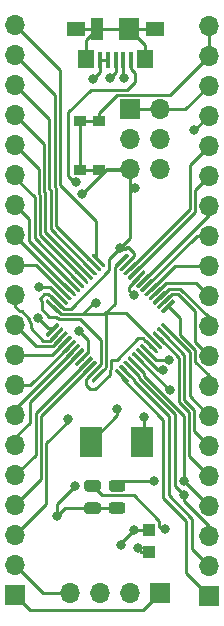
<source format=gbr>
%TF.GenerationSoftware,KiCad,Pcbnew,(5.1.6)-1*%
%TF.CreationDate,2020-09-14T14:29:29+02:00*%
%TF.ProjectId,STM32_blue_pill,53544d33-325f-4626-9c75-655f70696c6c,rev?*%
%TF.SameCoordinates,Original*%
%TF.FileFunction,Copper,L1,Top*%
%TF.FilePolarity,Positive*%
%FSLAX46Y46*%
G04 Gerber Fmt 4.6, Leading zero omitted, Abs format (unit mm)*
G04 Created by KiCad (PCBNEW (5.1.6)-1) date 2020-09-14 14:29:29*
%MOMM*%
%LPD*%
G01*
G04 APERTURE LIST*
%TA.AperFunction,SMDPad,CuDef*%
%ADD10R,1.000000X1.900000*%
%TD*%
%TA.AperFunction,SMDPad,CuDef*%
%ADD11R,1.800000X1.900000*%
%TD*%
%TA.AperFunction,SMDPad,CuDef*%
%ADD12R,1.650000X1.300000*%
%TD*%
%TA.AperFunction,SMDPad,CuDef*%
%ADD13R,1.425000X1.550000*%
%TD*%
%TA.AperFunction,SMDPad,CuDef*%
%ADD14R,0.450000X1.380000*%
%TD*%
%TA.AperFunction,SMDPad,CuDef*%
%ADD15R,1.000000X0.900000*%
%TD*%
%TA.AperFunction,SMDPad,CuDef*%
%ADD16R,1.100000X1.050000*%
%TD*%
%TA.AperFunction,SMDPad,CuDef*%
%ADD17R,1.900000X2.500000*%
%TD*%
%TA.AperFunction,ComponentPad*%
%ADD18O,1.700000X1.700000*%
%TD*%
%TA.AperFunction,ComponentPad*%
%ADD19R,1.700000X1.700000*%
%TD*%
%TA.AperFunction,ViaPad*%
%ADD20C,0.800000*%
%TD*%
%TA.AperFunction,Conductor*%
%ADD21C,0.250000*%
%TD*%
G04 APERTURE END LIST*
D10*
%TO.P,J3,6*%
%TO.N,Net-(J3-Pad6)*%
X128880000Y-62410000D03*
D11*
X131580000Y-62410000D03*
D12*
X127055000Y-62410000D03*
X133805000Y-62410000D03*
D13*
X127942500Y-64985000D03*
X132917500Y-64985000D03*
D14*
%TO.P,J3,5*%
%TO.N,GND*%
X129130000Y-65070000D03*
%TO.P,J3,4*%
X129780000Y-65070000D03*
%TO.P,J3,3*%
%TO.N,Net-(J3-Pad3)*%
X130430000Y-65070000D03*
%TO.P,J3,2*%
%TO.N,Net-(J3-Pad2)*%
X131080000Y-65070000D03*
%TO.P,J3,1*%
%TO.N,/5V*%
X131730000Y-65070000D03*
%TD*%
D15*
%TO.P,SW1,2*%
%TO.N,GND*%
X129000000Y-70240000D03*
%TO.P,SW1,1*%
X127400000Y-70240000D03*
%TO.P,SW1,2*%
X129000000Y-74340000D03*
%TO.P,SW1,1*%
X127400000Y-74340000D03*
%TD*%
D16*
%TO.P,Y2,2*%
%TO.N,/PC15*%
X133260000Y-104810000D03*
%TO.P,Y2,1*%
%TO.N,/PC14*%
X133260000Y-106660000D03*
%TD*%
D17*
%TO.P,Y1,2*%
%TO.N,/OSCOUT*%
X128310000Y-97370000D03*
%TO.P,Y1,1*%
%TO.N,/OSCIN*%
X132710000Y-97370000D03*
%TD*%
%TO.P,U1,48*%
%TO.N,/3V3*%
%TA.AperFunction,SMDPad,CuDef*%
G36*
G01*
X129546948Y-91407608D02*
X128610032Y-92344524D01*
G75*
G02*
X128503966Y-92344524I-53033J53033D01*
G01*
X128397900Y-92238458D01*
G75*
G02*
X128397900Y-92132392I53033J53033D01*
G01*
X129334816Y-91195476D01*
G75*
G02*
X129440882Y-91195476I53033J-53033D01*
G01*
X129546948Y-91301542D01*
G75*
G02*
X129546948Y-91407608I-53033J-53033D01*
G01*
G37*
%TD.AperFunction*%
%TO.P,U1,47*%
%TO.N,GND*%
%TA.AperFunction,SMDPad,CuDef*%
G36*
G01*
X129193394Y-91054054D02*
X128256478Y-91990970D01*
G75*
G02*
X128150412Y-91990970I-53033J53033D01*
G01*
X128044346Y-91884904D01*
G75*
G02*
X128044346Y-91778838I53033J53033D01*
G01*
X128981262Y-90841922D01*
G75*
G02*
X129087328Y-90841922I53033J-53033D01*
G01*
X129193394Y-90947988D01*
G75*
G02*
X129193394Y-91054054I-53033J-53033D01*
G01*
G37*
%TD.AperFunction*%
%TO.P,U1,46*%
%TO.N,/PB9*%
%TA.AperFunction,SMDPad,CuDef*%
G36*
G01*
X128839841Y-90700501D02*
X127902925Y-91637417D01*
G75*
G02*
X127796859Y-91637417I-53033J53033D01*
G01*
X127690793Y-91531351D01*
G75*
G02*
X127690793Y-91425285I53033J53033D01*
G01*
X128627709Y-90488369D01*
G75*
G02*
X128733775Y-90488369I53033J-53033D01*
G01*
X128839841Y-90594435D01*
G75*
G02*
X128839841Y-90700501I-53033J-53033D01*
G01*
G37*
%TD.AperFunction*%
%TO.P,U1,45*%
%TO.N,/PB8*%
%TA.AperFunction,SMDPad,CuDef*%
G36*
G01*
X128486287Y-90346947D02*
X127549371Y-91283863D01*
G75*
G02*
X127443305Y-91283863I-53033J53033D01*
G01*
X127337239Y-91177797D01*
G75*
G02*
X127337239Y-91071731I53033J53033D01*
G01*
X128274155Y-90134815D01*
G75*
G02*
X128380221Y-90134815I53033J-53033D01*
G01*
X128486287Y-90240881D01*
G75*
G02*
X128486287Y-90346947I-53033J-53033D01*
G01*
G37*
%TD.AperFunction*%
%TO.P,U1,44*%
%TO.N,/BOOT0*%
%TA.AperFunction,SMDPad,CuDef*%
G36*
G01*
X128132734Y-89993394D02*
X127195818Y-90930310D01*
G75*
G02*
X127089752Y-90930310I-53033J53033D01*
G01*
X126983686Y-90824244D01*
G75*
G02*
X126983686Y-90718178I53033J53033D01*
G01*
X127920602Y-89781262D01*
G75*
G02*
X128026668Y-89781262I53033J-53033D01*
G01*
X128132734Y-89887328D01*
G75*
G02*
X128132734Y-89993394I-53033J-53033D01*
G01*
G37*
%TD.AperFunction*%
%TO.P,U1,43*%
%TO.N,/PB7*%
%TA.AperFunction,SMDPad,CuDef*%
G36*
G01*
X127779181Y-89639841D02*
X126842265Y-90576757D01*
G75*
G02*
X126736199Y-90576757I-53033J53033D01*
G01*
X126630133Y-90470691D01*
G75*
G02*
X126630133Y-90364625I53033J53033D01*
G01*
X127567049Y-89427709D01*
G75*
G02*
X127673115Y-89427709I53033J-53033D01*
G01*
X127779181Y-89533775D01*
G75*
G02*
X127779181Y-89639841I-53033J-53033D01*
G01*
G37*
%TD.AperFunction*%
%TO.P,U1,42*%
%TO.N,/PB6*%
%TA.AperFunction,SMDPad,CuDef*%
G36*
G01*
X127425627Y-89286287D02*
X126488711Y-90223203D01*
G75*
G02*
X126382645Y-90223203I-53033J53033D01*
G01*
X126276579Y-90117137D01*
G75*
G02*
X126276579Y-90011071I53033J53033D01*
G01*
X127213495Y-89074155D01*
G75*
G02*
X127319561Y-89074155I53033J-53033D01*
G01*
X127425627Y-89180221D01*
G75*
G02*
X127425627Y-89286287I-53033J-53033D01*
G01*
G37*
%TD.AperFunction*%
%TO.P,U1,41*%
%TO.N,/PB5*%
%TA.AperFunction,SMDPad,CuDef*%
G36*
G01*
X127072074Y-88932734D02*
X126135158Y-89869650D01*
G75*
G02*
X126029092Y-89869650I-53033J53033D01*
G01*
X125923026Y-89763584D01*
G75*
G02*
X125923026Y-89657518I53033J53033D01*
G01*
X126859942Y-88720602D01*
G75*
G02*
X126966008Y-88720602I53033J-53033D01*
G01*
X127072074Y-88826668D01*
G75*
G02*
X127072074Y-88932734I-53033J-53033D01*
G01*
G37*
%TD.AperFunction*%
%TO.P,U1,40*%
%TO.N,/PB4*%
%TA.AperFunction,SMDPad,CuDef*%
G36*
G01*
X126718521Y-88579181D02*
X125781605Y-89516097D01*
G75*
G02*
X125675539Y-89516097I-53033J53033D01*
G01*
X125569473Y-89410031D01*
G75*
G02*
X125569473Y-89303965I53033J53033D01*
G01*
X126506389Y-88367049D01*
G75*
G02*
X126612455Y-88367049I53033J-53033D01*
G01*
X126718521Y-88473115D01*
G75*
G02*
X126718521Y-88579181I-53033J-53033D01*
G01*
G37*
%TD.AperFunction*%
%TO.P,U1,39*%
%TO.N,/PB3*%
%TA.AperFunction,SMDPad,CuDef*%
G36*
G01*
X126364967Y-88225627D02*
X125428051Y-89162543D01*
G75*
G02*
X125321985Y-89162543I-53033J53033D01*
G01*
X125215919Y-89056477D01*
G75*
G02*
X125215919Y-88950411I53033J53033D01*
G01*
X126152835Y-88013495D01*
G75*
G02*
X126258901Y-88013495I53033J-53033D01*
G01*
X126364967Y-88119561D01*
G75*
G02*
X126364967Y-88225627I-53033J-53033D01*
G01*
G37*
%TD.AperFunction*%
%TO.P,U1,38*%
%TO.N,/PA15*%
%TA.AperFunction,SMDPad,CuDef*%
G36*
G01*
X126011414Y-87872074D02*
X125074498Y-88808990D01*
G75*
G02*
X124968432Y-88808990I-53033J53033D01*
G01*
X124862366Y-88702924D01*
G75*
G02*
X124862366Y-88596858I53033J53033D01*
G01*
X125799282Y-87659942D01*
G75*
G02*
X125905348Y-87659942I53033J-53033D01*
G01*
X126011414Y-87766008D01*
G75*
G02*
X126011414Y-87872074I-53033J-53033D01*
G01*
G37*
%TD.AperFunction*%
%TO.P,U1,37*%
%TO.N,/SWCLK*%
%TA.AperFunction,SMDPad,CuDef*%
G36*
G01*
X125657860Y-87518520D02*
X124720944Y-88455436D01*
G75*
G02*
X124614878Y-88455436I-53033J53033D01*
G01*
X124508812Y-88349370D01*
G75*
G02*
X124508812Y-88243304I53033J53033D01*
G01*
X125445728Y-87306388D01*
G75*
G02*
X125551794Y-87306388I53033J-53033D01*
G01*
X125657860Y-87412454D01*
G75*
G02*
X125657860Y-87518520I-53033J-53033D01*
G01*
G37*
%TD.AperFunction*%
%TO.P,U1,36*%
%TO.N,/3V3*%
%TA.AperFunction,SMDPad,CuDef*%
G36*
G01*
X125657860Y-86351794D02*
X125551794Y-86457860D01*
G75*
G02*
X125445728Y-86457860I-53033J53033D01*
G01*
X124508812Y-85520944D01*
G75*
G02*
X124508812Y-85414878I53033J53033D01*
G01*
X124614878Y-85308812D01*
G75*
G02*
X124720944Y-85308812I53033J-53033D01*
G01*
X125657860Y-86245728D01*
G75*
G02*
X125657860Y-86351794I-53033J-53033D01*
G01*
G37*
%TD.AperFunction*%
%TO.P,U1,35*%
%TO.N,GND*%
%TA.AperFunction,SMDPad,CuDef*%
G36*
G01*
X126011414Y-85998240D02*
X125905348Y-86104306D01*
G75*
G02*
X125799282Y-86104306I-53033J53033D01*
G01*
X124862366Y-85167390D01*
G75*
G02*
X124862366Y-85061324I53033J53033D01*
G01*
X124968432Y-84955258D01*
G75*
G02*
X125074498Y-84955258I53033J-53033D01*
G01*
X126011414Y-85892174D01*
G75*
G02*
X126011414Y-85998240I-53033J-53033D01*
G01*
G37*
%TD.AperFunction*%
%TO.P,U1,34*%
%TO.N,/SWIO*%
%TA.AperFunction,SMDPad,CuDef*%
G36*
G01*
X126364967Y-85644687D02*
X126258901Y-85750753D01*
G75*
G02*
X126152835Y-85750753I-53033J53033D01*
G01*
X125215919Y-84813837D01*
G75*
G02*
X125215919Y-84707771I53033J53033D01*
G01*
X125321985Y-84601705D01*
G75*
G02*
X125428051Y-84601705I53033J-53033D01*
G01*
X126364967Y-85538621D01*
G75*
G02*
X126364967Y-85644687I-53033J-53033D01*
G01*
G37*
%TD.AperFunction*%
%TO.P,U1,33*%
%TO.N,/PA12*%
%TA.AperFunction,SMDPad,CuDef*%
G36*
G01*
X126718521Y-85291133D02*
X126612455Y-85397199D01*
G75*
G02*
X126506389Y-85397199I-53033J53033D01*
G01*
X125569473Y-84460283D01*
G75*
G02*
X125569473Y-84354217I53033J53033D01*
G01*
X125675539Y-84248151D01*
G75*
G02*
X125781605Y-84248151I53033J-53033D01*
G01*
X126718521Y-85185067D01*
G75*
G02*
X126718521Y-85291133I-53033J-53033D01*
G01*
G37*
%TD.AperFunction*%
%TO.P,U1,32*%
%TO.N,/PA11*%
%TA.AperFunction,SMDPad,CuDef*%
G36*
G01*
X127072074Y-84937580D02*
X126966008Y-85043646D01*
G75*
G02*
X126859942Y-85043646I-53033J53033D01*
G01*
X125923026Y-84106730D01*
G75*
G02*
X125923026Y-84000664I53033J53033D01*
G01*
X126029092Y-83894598D01*
G75*
G02*
X126135158Y-83894598I53033J-53033D01*
G01*
X127072074Y-84831514D01*
G75*
G02*
X127072074Y-84937580I-53033J-53033D01*
G01*
G37*
%TD.AperFunction*%
%TO.P,U1,31*%
%TO.N,/PA10*%
%TA.AperFunction,SMDPad,CuDef*%
G36*
G01*
X127425627Y-84584027D02*
X127319561Y-84690093D01*
G75*
G02*
X127213495Y-84690093I-53033J53033D01*
G01*
X126276579Y-83753177D01*
G75*
G02*
X126276579Y-83647111I53033J53033D01*
G01*
X126382645Y-83541045D01*
G75*
G02*
X126488711Y-83541045I53033J-53033D01*
G01*
X127425627Y-84477961D01*
G75*
G02*
X127425627Y-84584027I-53033J-53033D01*
G01*
G37*
%TD.AperFunction*%
%TO.P,U1,30*%
%TO.N,/PA9*%
%TA.AperFunction,SMDPad,CuDef*%
G36*
G01*
X127779181Y-84230473D02*
X127673115Y-84336539D01*
G75*
G02*
X127567049Y-84336539I-53033J53033D01*
G01*
X126630133Y-83399623D01*
G75*
G02*
X126630133Y-83293557I53033J53033D01*
G01*
X126736199Y-83187491D01*
G75*
G02*
X126842265Y-83187491I53033J-53033D01*
G01*
X127779181Y-84124407D01*
G75*
G02*
X127779181Y-84230473I-53033J-53033D01*
G01*
G37*
%TD.AperFunction*%
%TO.P,U1,29*%
%TO.N,/PA8*%
%TA.AperFunction,SMDPad,CuDef*%
G36*
G01*
X128132734Y-83876920D02*
X128026668Y-83982986D01*
G75*
G02*
X127920602Y-83982986I-53033J53033D01*
G01*
X126983686Y-83046070D01*
G75*
G02*
X126983686Y-82940004I53033J53033D01*
G01*
X127089752Y-82833938D01*
G75*
G02*
X127195818Y-82833938I53033J-53033D01*
G01*
X128132734Y-83770854D01*
G75*
G02*
X128132734Y-83876920I-53033J-53033D01*
G01*
G37*
%TD.AperFunction*%
%TO.P,U1,28*%
%TO.N,/PB15*%
%TA.AperFunction,SMDPad,CuDef*%
G36*
G01*
X128486287Y-83523367D02*
X128380221Y-83629433D01*
G75*
G02*
X128274155Y-83629433I-53033J53033D01*
G01*
X127337239Y-82692517D01*
G75*
G02*
X127337239Y-82586451I53033J53033D01*
G01*
X127443305Y-82480385D01*
G75*
G02*
X127549371Y-82480385I53033J-53033D01*
G01*
X128486287Y-83417301D01*
G75*
G02*
X128486287Y-83523367I-53033J-53033D01*
G01*
G37*
%TD.AperFunction*%
%TO.P,U1,27*%
%TO.N,/PB14*%
%TA.AperFunction,SMDPad,CuDef*%
G36*
G01*
X128839841Y-83169813D02*
X128733775Y-83275879D01*
G75*
G02*
X128627709Y-83275879I-53033J53033D01*
G01*
X127690793Y-82338963D01*
G75*
G02*
X127690793Y-82232897I53033J53033D01*
G01*
X127796859Y-82126831D01*
G75*
G02*
X127902925Y-82126831I53033J-53033D01*
G01*
X128839841Y-83063747D01*
G75*
G02*
X128839841Y-83169813I-53033J-53033D01*
G01*
G37*
%TD.AperFunction*%
%TO.P,U1,26*%
%TO.N,/PB13*%
%TA.AperFunction,SMDPad,CuDef*%
G36*
G01*
X129193394Y-82816260D02*
X129087328Y-82922326D01*
G75*
G02*
X128981262Y-82922326I-53033J53033D01*
G01*
X128044346Y-81985410D01*
G75*
G02*
X128044346Y-81879344I53033J53033D01*
G01*
X128150412Y-81773278D01*
G75*
G02*
X128256478Y-81773278I53033J-53033D01*
G01*
X129193394Y-82710194D01*
G75*
G02*
X129193394Y-82816260I-53033J-53033D01*
G01*
G37*
%TD.AperFunction*%
%TO.P,U1,25*%
%TO.N,/PB12*%
%TA.AperFunction,SMDPad,CuDef*%
G36*
G01*
X129546948Y-82462706D02*
X129440882Y-82568772D01*
G75*
G02*
X129334816Y-82568772I-53033J53033D01*
G01*
X128397900Y-81631856D01*
G75*
G02*
X128397900Y-81525790I53033J53033D01*
G01*
X128503966Y-81419724D01*
G75*
G02*
X128610032Y-81419724I53033J-53033D01*
G01*
X129546948Y-82356640D01*
G75*
G02*
X129546948Y-82462706I-53033J-53033D01*
G01*
G37*
%TD.AperFunction*%
%TO.P,U1,24*%
%TO.N,/3V3*%
%TA.AperFunction,SMDPad,CuDef*%
G36*
G01*
X131544524Y-81631856D02*
X130607608Y-82568772D01*
G75*
G02*
X130501542Y-82568772I-53033J53033D01*
G01*
X130395476Y-82462706D01*
G75*
G02*
X130395476Y-82356640I53033J53033D01*
G01*
X131332392Y-81419724D01*
G75*
G02*
X131438458Y-81419724I53033J-53033D01*
G01*
X131544524Y-81525790D01*
G75*
G02*
X131544524Y-81631856I-53033J-53033D01*
G01*
G37*
%TD.AperFunction*%
%TO.P,U1,23*%
%TO.N,GND*%
%TA.AperFunction,SMDPad,CuDef*%
G36*
G01*
X131898078Y-81985410D02*
X130961162Y-82922326D01*
G75*
G02*
X130855096Y-82922326I-53033J53033D01*
G01*
X130749030Y-82816260D01*
G75*
G02*
X130749030Y-82710194I53033J53033D01*
G01*
X131685946Y-81773278D01*
G75*
G02*
X131792012Y-81773278I53033J-53033D01*
G01*
X131898078Y-81879344D01*
G75*
G02*
X131898078Y-81985410I-53033J-53033D01*
G01*
G37*
%TD.AperFunction*%
%TO.P,U1,22*%
%TO.N,/PB11*%
%TA.AperFunction,SMDPad,CuDef*%
G36*
G01*
X132251631Y-82338963D02*
X131314715Y-83275879D01*
G75*
G02*
X131208649Y-83275879I-53033J53033D01*
G01*
X131102583Y-83169813D01*
G75*
G02*
X131102583Y-83063747I53033J53033D01*
G01*
X132039499Y-82126831D01*
G75*
G02*
X132145565Y-82126831I53033J-53033D01*
G01*
X132251631Y-82232897D01*
G75*
G02*
X132251631Y-82338963I-53033J-53033D01*
G01*
G37*
%TD.AperFunction*%
%TO.P,U1,21*%
%TO.N,/PB10*%
%TA.AperFunction,SMDPad,CuDef*%
G36*
G01*
X132605185Y-82692517D02*
X131668269Y-83629433D01*
G75*
G02*
X131562203Y-83629433I-53033J53033D01*
G01*
X131456137Y-83523367D01*
G75*
G02*
X131456137Y-83417301I53033J53033D01*
G01*
X132393053Y-82480385D01*
G75*
G02*
X132499119Y-82480385I53033J-53033D01*
G01*
X132605185Y-82586451D01*
G75*
G02*
X132605185Y-82692517I-53033J-53033D01*
G01*
G37*
%TD.AperFunction*%
%TO.P,U1,20*%
%TO.N,/BOOT1*%
%TA.AperFunction,SMDPad,CuDef*%
G36*
G01*
X132958738Y-83046070D02*
X132021822Y-83982986D01*
G75*
G02*
X131915756Y-83982986I-53033J53033D01*
G01*
X131809690Y-83876920D01*
G75*
G02*
X131809690Y-83770854I53033J53033D01*
G01*
X132746606Y-82833938D01*
G75*
G02*
X132852672Y-82833938I53033J-53033D01*
G01*
X132958738Y-82940004D01*
G75*
G02*
X132958738Y-83046070I-53033J-53033D01*
G01*
G37*
%TD.AperFunction*%
%TO.P,U1,19*%
%TO.N,/PB1*%
%TA.AperFunction,SMDPad,CuDef*%
G36*
G01*
X133312291Y-83399623D02*
X132375375Y-84336539D01*
G75*
G02*
X132269309Y-84336539I-53033J53033D01*
G01*
X132163243Y-84230473D01*
G75*
G02*
X132163243Y-84124407I53033J53033D01*
G01*
X133100159Y-83187491D01*
G75*
G02*
X133206225Y-83187491I53033J-53033D01*
G01*
X133312291Y-83293557D01*
G75*
G02*
X133312291Y-83399623I-53033J-53033D01*
G01*
G37*
%TD.AperFunction*%
%TO.P,U1,18*%
%TO.N,/PB0*%
%TA.AperFunction,SMDPad,CuDef*%
G36*
G01*
X133665845Y-83753177D02*
X132728929Y-84690093D01*
G75*
G02*
X132622863Y-84690093I-53033J53033D01*
G01*
X132516797Y-84584027D01*
G75*
G02*
X132516797Y-84477961I53033J53033D01*
G01*
X133453713Y-83541045D01*
G75*
G02*
X133559779Y-83541045I53033J-53033D01*
G01*
X133665845Y-83647111D01*
G75*
G02*
X133665845Y-83753177I-53033J-53033D01*
G01*
G37*
%TD.AperFunction*%
%TO.P,U1,17*%
%TO.N,/PA7*%
%TA.AperFunction,SMDPad,CuDef*%
G36*
G01*
X134019398Y-84106730D02*
X133082482Y-85043646D01*
G75*
G02*
X132976416Y-85043646I-53033J53033D01*
G01*
X132870350Y-84937580D01*
G75*
G02*
X132870350Y-84831514I53033J53033D01*
G01*
X133807266Y-83894598D01*
G75*
G02*
X133913332Y-83894598I53033J-53033D01*
G01*
X134019398Y-84000664D01*
G75*
G02*
X134019398Y-84106730I-53033J-53033D01*
G01*
G37*
%TD.AperFunction*%
%TO.P,U1,16*%
%TO.N,/PA6*%
%TA.AperFunction,SMDPad,CuDef*%
G36*
G01*
X134372951Y-84460283D02*
X133436035Y-85397199D01*
G75*
G02*
X133329969Y-85397199I-53033J53033D01*
G01*
X133223903Y-85291133D01*
G75*
G02*
X133223903Y-85185067I53033J53033D01*
G01*
X134160819Y-84248151D01*
G75*
G02*
X134266885Y-84248151I53033J-53033D01*
G01*
X134372951Y-84354217D01*
G75*
G02*
X134372951Y-84460283I-53033J-53033D01*
G01*
G37*
%TD.AperFunction*%
%TO.P,U1,15*%
%TO.N,/PA5*%
%TA.AperFunction,SMDPad,CuDef*%
G36*
G01*
X134726505Y-84813837D02*
X133789589Y-85750753D01*
G75*
G02*
X133683523Y-85750753I-53033J53033D01*
G01*
X133577457Y-85644687D01*
G75*
G02*
X133577457Y-85538621I53033J53033D01*
G01*
X134514373Y-84601705D01*
G75*
G02*
X134620439Y-84601705I53033J-53033D01*
G01*
X134726505Y-84707771D01*
G75*
G02*
X134726505Y-84813837I-53033J-53033D01*
G01*
G37*
%TD.AperFunction*%
%TO.P,U1,14*%
%TO.N,/PA4*%
%TA.AperFunction,SMDPad,CuDef*%
G36*
G01*
X135080058Y-85167390D02*
X134143142Y-86104306D01*
G75*
G02*
X134037076Y-86104306I-53033J53033D01*
G01*
X133931010Y-85998240D01*
G75*
G02*
X133931010Y-85892174I53033J53033D01*
G01*
X134867926Y-84955258D01*
G75*
G02*
X134973992Y-84955258I53033J-53033D01*
G01*
X135080058Y-85061324D01*
G75*
G02*
X135080058Y-85167390I-53033J-53033D01*
G01*
G37*
%TD.AperFunction*%
%TO.P,U1,13*%
%TO.N,/PA3*%
%TA.AperFunction,SMDPad,CuDef*%
G36*
G01*
X135433612Y-85520944D02*
X134496696Y-86457860D01*
G75*
G02*
X134390630Y-86457860I-53033J53033D01*
G01*
X134284564Y-86351794D01*
G75*
G02*
X134284564Y-86245728I53033J53033D01*
G01*
X135221480Y-85308812D01*
G75*
G02*
X135327546Y-85308812I53033J-53033D01*
G01*
X135433612Y-85414878D01*
G75*
G02*
X135433612Y-85520944I-53033J-53033D01*
G01*
G37*
%TD.AperFunction*%
%TO.P,U1,12*%
%TO.N,/PA2*%
%TA.AperFunction,SMDPad,CuDef*%
G36*
G01*
X135433612Y-88349370D02*
X135327546Y-88455436D01*
G75*
G02*
X135221480Y-88455436I-53033J53033D01*
G01*
X134284564Y-87518520D01*
G75*
G02*
X134284564Y-87412454I53033J53033D01*
G01*
X134390630Y-87306388D01*
G75*
G02*
X134496696Y-87306388I53033J-53033D01*
G01*
X135433612Y-88243304D01*
G75*
G02*
X135433612Y-88349370I-53033J-53033D01*
G01*
G37*
%TD.AperFunction*%
%TO.P,U1,11*%
%TO.N,/PA1*%
%TA.AperFunction,SMDPad,CuDef*%
G36*
G01*
X135080058Y-88702924D02*
X134973992Y-88808990D01*
G75*
G02*
X134867926Y-88808990I-53033J53033D01*
G01*
X133931010Y-87872074D01*
G75*
G02*
X133931010Y-87766008I53033J53033D01*
G01*
X134037076Y-87659942D01*
G75*
G02*
X134143142Y-87659942I53033J-53033D01*
G01*
X135080058Y-88596858D01*
G75*
G02*
X135080058Y-88702924I-53033J-53033D01*
G01*
G37*
%TD.AperFunction*%
%TO.P,U1,10*%
%TO.N,/PA0*%
%TA.AperFunction,SMDPad,CuDef*%
G36*
G01*
X134726505Y-89056477D02*
X134620439Y-89162543D01*
G75*
G02*
X134514373Y-89162543I-53033J53033D01*
G01*
X133577457Y-88225627D01*
G75*
G02*
X133577457Y-88119561I53033J53033D01*
G01*
X133683523Y-88013495D01*
G75*
G02*
X133789589Y-88013495I53033J-53033D01*
G01*
X134726505Y-88950411D01*
G75*
G02*
X134726505Y-89056477I-53033J-53033D01*
G01*
G37*
%TD.AperFunction*%
%TO.P,U1,9*%
%TO.N,/3V3*%
%TA.AperFunction,SMDPad,CuDef*%
G36*
G01*
X134372951Y-89410031D02*
X134266885Y-89516097D01*
G75*
G02*
X134160819Y-89516097I-53033J53033D01*
G01*
X133223903Y-88579181D01*
G75*
G02*
X133223903Y-88473115I53033J53033D01*
G01*
X133329969Y-88367049D01*
G75*
G02*
X133436035Y-88367049I53033J-53033D01*
G01*
X134372951Y-89303965D01*
G75*
G02*
X134372951Y-89410031I-53033J-53033D01*
G01*
G37*
%TD.AperFunction*%
%TO.P,U1,8*%
%TO.N,GND*%
%TA.AperFunction,SMDPad,CuDef*%
G36*
G01*
X134019398Y-89763584D02*
X133913332Y-89869650D01*
G75*
G02*
X133807266Y-89869650I-53033J53033D01*
G01*
X132870350Y-88932734D01*
G75*
G02*
X132870350Y-88826668I53033J53033D01*
G01*
X132976416Y-88720602D01*
G75*
G02*
X133082482Y-88720602I53033J-53033D01*
G01*
X134019398Y-89657518D01*
G75*
G02*
X134019398Y-89763584I-53033J-53033D01*
G01*
G37*
%TD.AperFunction*%
%TO.P,U1,7*%
%TO.N,/RESET*%
%TA.AperFunction,SMDPad,CuDef*%
G36*
G01*
X133665845Y-90117137D02*
X133559779Y-90223203D01*
G75*
G02*
X133453713Y-90223203I-53033J53033D01*
G01*
X132516797Y-89286287D01*
G75*
G02*
X132516797Y-89180221I53033J53033D01*
G01*
X132622863Y-89074155D01*
G75*
G02*
X132728929Y-89074155I53033J-53033D01*
G01*
X133665845Y-90011071D01*
G75*
G02*
X133665845Y-90117137I-53033J-53033D01*
G01*
G37*
%TD.AperFunction*%
%TO.P,U1,6*%
%TO.N,/OSCOUT*%
%TA.AperFunction,SMDPad,CuDef*%
G36*
G01*
X133312291Y-90470691D02*
X133206225Y-90576757D01*
G75*
G02*
X133100159Y-90576757I-53033J53033D01*
G01*
X132163243Y-89639841D01*
G75*
G02*
X132163243Y-89533775I53033J53033D01*
G01*
X132269309Y-89427709D01*
G75*
G02*
X132375375Y-89427709I53033J-53033D01*
G01*
X133312291Y-90364625D01*
G75*
G02*
X133312291Y-90470691I-53033J-53033D01*
G01*
G37*
%TD.AperFunction*%
%TO.P,U1,5*%
%TO.N,/OSCIN*%
%TA.AperFunction,SMDPad,CuDef*%
G36*
G01*
X132958738Y-90824244D02*
X132852672Y-90930310D01*
G75*
G02*
X132746606Y-90930310I-53033J53033D01*
G01*
X131809690Y-89993394D01*
G75*
G02*
X131809690Y-89887328I53033J53033D01*
G01*
X131915756Y-89781262D01*
G75*
G02*
X132021822Y-89781262I53033J-53033D01*
G01*
X132958738Y-90718178D01*
G75*
G02*
X132958738Y-90824244I-53033J-53033D01*
G01*
G37*
%TD.AperFunction*%
%TO.P,U1,4*%
%TO.N,/PC15*%
%TA.AperFunction,SMDPad,CuDef*%
G36*
G01*
X132605185Y-91177797D02*
X132499119Y-91283863D01*
G75*
G02*
X132393053Y-91283863I-53033J53033D01*
G01*
X131456137Y-90346947D01*
G75*
G02*
X131456137Y-90240881I53033J53033D01*
G01*
X131562203Y-90134815D01*
G75*
G02*
X131668269Y-90134815I53033J-53033D01*
G01*
X132605185Y-91071731D01*
G75*
G02*
X132605185Y-91177797I-53033J-53033D01*
G01*
G37*
%TD.AperFunction*%
%TO.P,U1,3*%
%TO.N,/PC14*%
%TA.AperFunction,SMDPad,CuDef*%
G36*
G01*
X132251631Y-91531351D02*
X132145565Y-91637417D01*
G75*
G02*
X132039499Y-91637417I-53033J53033D01*
G01*
X131102583Y-90700501D01*
G75*
G02*
X131102583Y-90594435I53033J53033D01*
G01*
X131208649Y-90488369D01*
G75*
G02*
X131314715Y-90488369I53033J-53033D01*
G01*
X132251631Y-91425285D01*
G75*
G02*
X132251631Y-91531351I-53033J-53033D01*
G01*
G37*
%TD.AperFunction*%
%TO.P,U1,2*%
%TO.N,/PC13*%
%TA.AperFunction,SMDPad,CuDef*%
G36*
G01*
X131898078Y-91884904D02*
X131792012Y-91990970D01*
G75*
G02*
X131685946Y-91990970I-53033J53033D01*
G01*
X130749030Y-91054054D01*
G75*
G02*
X130749030Y-90947988I53033J53033D01*
G01*
X130855096Y-90841922D01*
G75*
G02*
X130961162Y-90841922I53033J-53033D01*
G01*
X131898078Y-91778838D01*
G75*
G02*
X131898078Y-91884904I-53033J-53033D01*
G01*
G37*
%TD.AperFunction*%
%TO.P,U1,1*%
%TO.N,/VBAT*%
%TA.AperFunction,SMDPad,CuDef*%
G36*
G01*
X131544524Y-92238458D02*
X131438458Y-92344524D01*
G75*
G02*
X131332392Y-92344524I-53033J53033D01*
G01*
X130395476Y-91407608D01*
G75*
G02*
X130395476Y-91301542I53033J53033D01*
G01*
X130501542Y-91195476D01*
G75*
G02*
X130607608Y-91195476I53033J-53033D01*
G01*
X131544524Y-92132392D01*
G75*
G02*
X131544524Y-92238458I-53033J-53033D01*
G01*
G37*
%TD.AperFunction*%
%TD*%
D18*
%TO.P,J5,4*%
%TO.N,GND*%
X126550000Y-110170000D03*
%TO.P,J5,3*%
%TO.N,/SWCLK*%
X129090000Y-110170000D03*
%TO.P,J5,2*%
%TO.N,/SWIO*%
X131630000Y-110170000D03*
D19*
%TO.P,J5,1*%
%TO.N,/3V3*%
X134170000Y-110170000D03*
%TD*%
D18*
%TO.P,J4,6*%
%TO.N,GND*%
X134210000Y-74260000D03*
%TO.P,J4,5*%
X131670000Y-74260000D03*
%TO.P,J4,4*%
%TO.N,Net-(J4-Pad4)*%
X134210000Y-71720000D03*
%TO.P,J4,3*%
%TO.N,Net-(J4-Pad3)*%
X131670000Y-71720000D03*
%TO.P,J4,2*%
%TO.N,/3V3*%
X134210000Y-69180000D03*
D19*
%TO.P,J4,1*%
X131670000Y-69180000D03*
%TD*%
D18*
%TO.P,J2,20*%
%TO.N,/PB12*%
X121950000Y-62090000D03*
%TO.P,J2,19*%
%TO.N,/PB13*%
X121950000Y-64630000D03*
%TO.P,J2,18*%
%TO.N,/PB14*%
X121950000Y-67170000D03*
%TO.P,J2,17*%
%TO.N,/PB15*%
X121950000Y-69710000D03*
%TO.P,J2,16*%
%TO.N,/PA8*%
X121950000Y-72250000D03*
%TO.P,J2,15*%
%TO.N,/PA9*%
X121950000Y-74790000D03*
%TO.P,J2,14*%
%TO.N,/PA10*%
X121950000Y-77330000D03*
%TO.P,J2,13*%
%TO.N,/PA11*%
X121950000Y-79870000D03*
%TO.P,J2,12*%
%TO.N,/PA12*%
X121950000Y-82410000D03*
%TO.P,J2,11*%
%TO.N,/PA15*%
X121950000Y-84950000D03*
%TO.P,J2,10*%
%TO.N,/PB3*%
X121950000Y-87490000D03*
%TO.P,J2,9*%
%TO.N,/PB4*%
X121950000Y-90030000D03*
%TO.P,J2,8*%
%TO.N,/PB5*%
X121950000Y-92570000D03*
%TO.P,J2,7*%
%TO.N,/PB6*%
X121950000Y-95110000D03*
%TO.P,J2,6*%
%TO.N,/PB7*%
X121950000Y-97650000D03*
%TO.P,J2,5*%
%TO.N,/PB8*%
X121950000Y-100190000D03*
%TO.P,J2,4*%
%TO.N,/PB9*%
X121950000Y-102730000D03*
%TO.P,J2,3*%
%TO.N,/5V*%
X121950000Y-105270000D03*
%TO.P,J2,2*%
%TO.N,GND*%
X121950000Y-107810000D03*
D19*
%TO.P,J2,1*%
%TO.N,/3V3*%
X121950000Y-110350000D03*
%TD*%
D18*
%TO.P,J1,20*%
%TO.N,GND*%
X138320000Y-62130000D03*
%TO.P,J1,19*%
X138320000Y-64670000D03*
%TO.P,J1,18*%
%TO.N,/3V3*%
X138320000Y-67210000D03*
%TO.P,J1,17*%
%TO.N,/RESET*%
X138320000Y-69750000D03*
%TO.P,J1,16*%
%TO.N,/PB11*%
X138320000Y-72290000D03*
%TO.P,J1,15*%
%TO.N,/PB10*%
X138320000Y-74830000D03*
%TO.P,J1,14*%
%TO.N,/PB1*%
X138320000Y-77370000D03*
%TO.P,J1,13*%
%TO.N,/PB0*%
X138320000Y-79910000D03*
%TO.P,J1,12*%
%TO.N,/PA7*%
X138320000Y-82450000D03*
%TO.P,J1,11*%
%TO.N,/PA6*%
X138320000Y-84990000D03*
%TO.P,J1,10*%
%TO.N,/PA5*%
X138320000Y-87530000D03*
%TO.P,J1,9*%
%TO.N,/PA4*%
X138320000Y-90070000D03*
%TO.P,J1,8*%
%TO.N,/PA3*%
X138320000Y-92610000D03*
%TO.P,J1,7*%
%TO.N,/PA2*%
X138320000Y-95150000D03*
%TO.P,J1,6*%
%TO.N,/PA1*%
X138320000Y-97690000D03*
%TO.P,J1,5*%
%TO.N,/PA0*%
X138320000Y-100230000D03*
%TO.P,J1,4*%
%TO.N,/PC15*%
X138320000Y-102770000D03*
%TO.P,J1,3*%
%TO.N,/PC14*%
X138320000Y-105310000D03*
%TO.P,J1,2*%
%TO.N,/PC13*%
X138320000Y-107850000D03*
D19*
%TO.P,J1,1*%
%TO.N,/VBAT*%
X138320000Y-110390000D03*
%TD*%
%TO.P,D2,2*%
%TO.N,/3V3*%
%TA.AperFunction,SMDPad,CuDef*%
G36*
G01*
X128023750Y-102480000D02*
X128936250Y-102480000D01*
G75*
G02*
X129180000Y-102723750I0J-243750D01*
G01*
X129180000Y-103211250D01*
G75*
G02*
X128936250Y-103455000I-243750J0D01*
G01*
X128023750Y-103455000D01*
G75*
G02*
X127780000Y-103211250I0J243750D01*
G01*
X127780000Y-102723750D01*
G75*
G02*
X128023750Y-102480000I243750J0D01*
G01*
G37*
%TD.AperFunction*%
%TO.P,D2,1*%
%TO.N,Net-(D2-Pad1)*%
%TA.AperFunction,SMDPad,CuDef*%
G36*
G01*
X128023750Y-100605000D02*
X128936250Y-100605000D01*
G75*
G02*
X129180000Y-100848750I0J-243750D01*
G01*
X129180000Y-101336250D01*
G75*
G02*
X128936250Y-101580000I-243750J0D01*
G01*
X128023750Y-101580000D01*
G75*
G02*
X127780000Y-101336250I0J243750D01*
G01*
X127780000Y-100848750D01*
G75*
G02*
X128023750Y-100605000I243750J0D01*
G01*
G37*
%TD.AperFunction*%
%TD*%
%TO.P,D1,2*%
%TO.N,/3V3*%
%TA.AperFunction,SMDPad,CuDef*%
G36*
G01*
X130103750Y-102477500D02*
X131016250Y-102477500D01*
G75*
G02*
X131260000Y-102721250I0J-243750D01*
G01*
X131260000Y-103208750D01*
G75*
G02*
X131016250Y-103452500I-243750J0D01*
G01*
X130103750Y-103452500D01*
G75*
G02*
X129860000Y-103208750I0J243750D01*
G01*
X129860000Y-102721250D01*
G75*
G02*
X130103750Y-102477500I243750J0D01*
G01*
G37*
%TD.AperFunction*%
%TO.P,D1,1*%
%TO.N,Net-(D1-Pad1)*%
%TA.AperFunction,SMDPad,CuDef*%
G36*
G01*
X130103750Y-100602500D02*
X131016250Y-100602500D01*
G75*
G02*
X131260000Y-100846250I0J-243750D01*
G01*
X131260000Y-101333750D01*
G75*
G02*
X131016250Y-101577500I-243750J0D01*
G01*
X130103750Y-101577500D01*
G75*
G02*
X129860000Y-101333750I0J243750D01*
G01*
X129860000Y-100846250D01*
G75*
G02*
X130103750Y-100602500I243750J0D01*
G01*
G37*
%TD.AperFunction*%
%TD*%
D20*
%TO.N,GND*%
X128510000Y-66630000D03*
X127590000Y-76400000D03*
X130800000Y-80960000D03*
X132040000Y-75880000D03*
%TO.N,/RESET*%
X137090000Y-70980000D03*
X134947015Y-90408372D03*
%TO.N,/3V3*%
X127030000Y-101070000D03*
X128795010Y-85650554D03*
X125474990Y-103665855D03*
%TO.N,/OSCIN*%
X132800000Y-95270000D03*
X135069956Y-92969999D03*
%TO.N,/OSCOUT*%
X134470490Y-91287547D03*
X130587756Y-94544990D03*
%TO.N,/PC14*%
X136230000Y-101840000D03*
X132345885Y-106387229D03*
%TO.N,/PC15*%
X136200033Y-100650033D03*
X130895874Y-106074124D03*
X132010004Y-104790000D03*
%TO.N,/5V*%
X126440000Y-95450000D03*
X127049202Y-75390002D03*
%TO.N,Net-(D1-Pad1)*%
X133690000Y-100660000D03*
%TO.N,Net-(D2-Pad1)*%
X134620000Y-104770000D03*
%TO.N,Net-(J3-Pad3)*%
X129950000Y-66550000D03*
%TO.N,Net-(J3-Pad2)*%
X131150468Y-66566020D03*
%TO.N,/SWCLK*%
X123845014Y-86841016D03*
%TO.N,/SWIO*%
X123977204Y-84243980D03*
%TO.N,/BOOT0*%
X127325010Y-87940000D03*
%TO.N,/BOOT1*%
X131960000Y-84960000D03*
%TD*%
D21*
%TO.N,GND*%
X138320000Y-64670000D02*
X138320000Y-62130000D01*
X124310000Y-110170000D02*
X121950000Y-107810000D01*
X126550000Y-110170000D02*
X124310000Y-110170000D01*
X129000000Y-74340000D02*
X127400000Y-74340000D01*
X129000000Y-70240000D02*
X127400000Y-70240000D01*
X131590000Y-74340000D02*
X131670000Y-74260000D01*
X129000000Y-74340000D02*
X131590000Y-74340000D01*
X127400000Y-74340000D02*
X127400000Y-70240000D01*
X129780000Y-65070000D02*
X129130000Y-65070000D01*
X138320000Y-64670000D02*
X134999989Y-67990011D01*
X129000000Y-69540000D02*
X129000000Y-70240000D01*
X130549989Y-67990011D02*
X129000000Y-69540000D01*
X134999989Y-67990011D02*
X130549989Y-67990011D01*
X129130000Y-66010000D02*
X128510000Y-66630000D01*
X129130000Y-65070000D02*
X129130000Y-66010000D01*
X129730000Y-74260000D02*
X127590000Y-76400000D01*
X131670000Y-74260000D02*
X129730000Y-74260000D01*
X131217253Y-81072747D02*
X130912747Y-81072747D01*
X130912747Y-81072747D02*
X130800000Y-80960000D01*
X131670000Y-76250000D02*
X132040000Y-75880000D01*
X131670000Y-77060000D02*
X131670000Y-76250000D01*
X131670000Y-74260000D02*
X131670000Y-77060000D01*
X132020000Y-81410000D02*
X132020000Y-81651356D01*
X131520000Y-80910000D02*
X132020000Y-81410000D01*
X131217253Y-81072747D02*
X131380000Y-80910000D01*
X132020000Y-81651356D02*
X131323554Y-82347802D01*
X131380000Y-80910000D02*
X131520000Y-80910000D01*
X130687253Y-81072747D02*
X131217253Y-81072747D01*
X125436890Y-85529782D02*
X125472230Y-85529782D01*
X126040177Y-86097729D02*
X126652271Y-86097729D01*
X126652271Y-86097729D02*
X129893925Y-82856075D01*
X129893925Y-81866075D02*
X130687253Y-81072747D01*
X125472230Y-85529782D02*
X126040177Y-86097729D01*
X129893925Y-82856075D02*
X129893925Y-81866075D01*
X131670000Y-80090000D02*
X130800000Y-80960000D01*
X131670000Y-77060000D02*
X131670000Y-80090000D01*
X130540000Y-90420000D02*
X132360000Y-88600000D01*
X130086839Y-90420000D02*
X130540000Y-90420000D01*
X130086839Y-91150543D02*
X130086839Y-90420000D01*
X130048499Y-91188883D02*
X130086839Y-91150543D01*
X129999998Y-91272799D02*
X130048499Y-91224298D01*
X129999998Y-91343494D02*
X129999998Y-91272799D01*
X129920000Y-91423493D02*
X129999998Y-91343494D01*
X129920000Y-91670000D02*
X129920000Y-91423493D01*
X132749748Y-88600000D02*
X133444874Y-89295126D01*
X130048499Y-91224298D02*
X130048499Y-91188883D01*
X128300000Y-92880000D02*
X128710000Y-92880000D01*
X128618870Y-91416446D02*
X127960000Y-92075316D01*
X128710000Y-92880000D02*
X129920000Y-91670000D01*
X132360000Y-88600000D02*
X132749748Y-88600000D01*
X127960000Y-92075316D02*
X127960000Y-92540000D01*
X127960000Y-92540000D02*
X128300000Y-92880000D01*
X124747108Y-84840000D02*
X125436890Y-85529782D01*
X124390000Y-84840000D02*
X124747108Y-84840000D01*
X124000000Y-85294958D02*
X124000000Y-85230000D01*
X124161835Y-85456793D02*
X124000000Y-85294958D01*
X124834837Y-86804837D02*
X124161835Y-86131835D01*
X125403768Y-86804837D02*
X124834837Y-86804837D01*
X125500225Y-86901294D02*
X125403768Y-86804837D01*
X125570921Y-86901294D02*
X125500225Y-86901294D01*
X125664453Y-86959411D02*
X125629038Y-86959411D01*
X124161835Y-86131835D02*
X124161835Y-85456793D01*
X124000000Y-85230000D02*
X124390000Y-84840000D01*
X127440756Y-86997752D02*
X125702794Y-86997752D01*
X125629038Y-86959411D02*
X125570921Y-86901294D01*
X128618870Y-91416446D02*
X128618870Y-91381106D01*
X128618870Y-91381106D02*
X129186818Y-90813158D01*
X129186818Y-90813158D02*
X129186818Y-88743814D01*
X129186818Y-88743814D02*
X127440756Y-86997752D01*
X125702794Y-86997752D02*
X125664453Y-86959411D01*
%TO.N,/RESET*%
X138320000Y-69750000D02*
X137090000Y-70980000D01*
X134381330Y-90408372D02*
X134947015Y-90408372D01*
X133851014Y-90408372D02*
X134381330Y-90408372D01*
X133091321Y-89648679D02*
X133851014Y-90408372D01*
%TO.N,/3V3*%
X131670000Y-69180000D02*
X134210000Y-69180000D01*
X136350000Y-69180000D02*
X138320000Y-67210000D01*
X134210000Y-69180000D02*
X136350000Y-69180000D01*
X130557500Y-102967500D02*
X130560000Y-102965000D01*
X128480000Y-102967500D02*
X130557500Y-102967500D01*
X131352539Y-86495685D02*
X129540371Y-86495685D01*
X133798427Y-88941573D02*
X131352539Y-86495685D01*
X129540371Y-86495685D02*
X130343936Y-85692120D01*
X130343936Y-82620312D02*
X130970000Y-81994248D01*
X130343936Y-85692120D02*
X130343936Y-82620312D01*
X129488317Y-86547739D02*
X129540371Y-86495685D01*
X127637739Y-86547739D02*
X129488317Y-86547739D01*
X127637739Y-86547739D02*
X128534924Y-85650554D01*
X128534924Y-85650554D02*
X128795010Y-85650554D01*
X126173345Y-102967500D02*
X125474990Y-103665855D01*
X127030000Y-101070000D02*
X125474990Y-102625010D01*
X128480000Y-102967500D02*
X126173345Y-102967500D01*
X125474990Y-102625010D02*
X125474990Y-103665855D01*
X128972424Y-91734658D02*
X129549989Y-91157093D01*
X129549989Y-91086398D02*
X129636829Y-90999558D01*
X129636829Y-86592143D02*
X129540371Y-86495685D01*
X129549989Y-91157093D02*
X129549989Y-91086398D01*
X128972424Y-91770000D02*
X128972424Y-91734658D01*
X129636829Y-90999558D02*
X129636829Y-86592143D01*
X125853777Y-86547739D02*
X127637739Y-86547739D01*
X125118678Y-85883336D02*
X125686625Y-86451283D01*
X125083336Y-85883336D02*
X125118678Y-85883336D01*
X125757321Y-86451283D02*
X125853777Y-86547739D01*
X125686625Y-86451283D02*
X125757321Y-86451283D01*
X132770000Y-111570000D02*
X134170000Y-110170000D01*
X121950000Y-110350000D02*
X123170000Y-111570000D01*
X123170000Y-111570000D02*
X132770000Y-111570000D01*
%TO.N,/OSCIN*%
X132800000Y-97280000D02*
X132710000Y-97370000D01*
X132800000Y-95270000D02*
X132800000Y-97280000D01*
X134998427Y-92969999D02*
X135069956Y-92969999D01*
X132384214Y-90355786D02*
X134998427Y-92969999D01*
%TO.N,/OSCOUT*%
X132737767Y-90002233D02*
X134023081Y-91287547D01*
X134023081Y-91287547D02*
X134470490Y-91287547D01*
X130587756Y-95092244D02*
X130587756Y-94544990D01*
X128310000Y-97370000D02*
X130587756Y-95092244D01*
%TO.N,/PC14*%
X132399823Y-91926049D02*
X132420618Y-91946844D01*
X135470001Y-95049416D02*
X135470001Y-101080001D01*
X131677107Y-91062893D02*
X132399823Y-91785609D01*
X132399823Y-91785609D02*
X132399823Y-91926049D01*
X135470001Y-101080001D02*
X136230000Y-101840000D01*
X132420618Y-92000033D02*
X135470001Y-95049416D01*
X132420618Y-91946844D02*
X132420618Y-92000033D01*
X138320000Y-104495685D02*
X136230000Y-102405685D01*
X136230000Y-102405685D02*
X136230000Y-101840000D01*
X138320000Y-105310000D02*
X138320000Y-104495685D01*
X133260000Y-106660000D02*
X132618656Y-106660000D01*
X132618656Y-106660000D02*
X132345885Y-106387229D01*
%TO.N,/PC15*%
X136200033Y-95143037D02*
X136200033Y-100650033D01*
X136200033Y-100650033D02*
X138320000Y-102770000D01*
X132849834Y-91792838D02*
X136200033Y-95143037D01*
X132030661Y-90709339D02*
X132849834Y-91528512D01*
X132849834Y-91528512D02*
X132849834Y-91792838D01*
X130895874Y-105904130D02*
X130895874Y-106074124D01*
X132010004Y-104790000D02*
X130895874Y-105904130D01*
X133260000Y-104810000D02*
X132030004Y-104810000D01*
X132030004Y-104810000D02*
X132010004Y-104790000D01*
%TO.N,/5V*%
X124580020Y-102639980D02*
X124580020Y-97489980D01*
X121950000Y-105270000D02*
X124580020Y-102639980D01*
X124580020Y-97489980D02*
X126450000Y-95620000D01*
X126450000Y-95620000D02*
X126450000Y-95460000D01*
X126450000Y-95460000D02*
X126440000Y-95450000D01*
X128330000Y-67540000D02*
X126390000Y-69480000D01*
X126915000Y-75390002D02*
X127049202Y-75390002D01*
X131730000Y-65764999D02*
X132070000Y-66104999D01*
X131730000Y-65070000D02*
X131730000Y-65764999D01*
X132070000Y-66104999D02*
X132070000Y-66910000D01*
X132070000Y-66910000D02*
X131440000Y-67540000D01*
X126390000Y-74865002D02*
X126915000Y-75390002D01*
X126390000Y-69480000D02*
X126390000Y-74865002D01*
X131440000Y-67540000D02*
X128330000Y-67540000D01*
%TO.N,Net-(D1-Pad1)*%
X130990000Y-100660000D02*
X130560000Y-101090000D01*
X133690000Y-100660000D02*
X130990000Y-100660000D01*
%TO.N,Net-(D2-Pad1)*%
X134135001Y-104024999D02*
X134135001Y-104535001D01*
X132012512Y-101902510D02*
X134135001Y-104024999D01*
X128480000Y-101092500D02*
X129290010Y-101902510D01*
X129290010Y-101902510D02*
X132012512Y-101902510D01*
X134370000Y-104770000D02*
X134620000Y-104770000D01*
X134135001Y-104535001D02*
X134370000Y-104770000D01*
%TO.N,/PB11*%
X138320000Y-72290000D02*
X136694988Y-73915012D01*
X136694988Y-77683474D02*
X131677107Y-82701355D01*
X136694988Y-73915012D02*
X136694988Y-77683474D01*
%TO.N,/PB10*%
X137144999Y-77940571D02*
X137144999Y-76005001D01*
X137144999Y-76005001D02*
X138320000Y-74830000D01*
X132030661Y-83054909D02*
X137144999Y-77940571D01*
%TO.N,/PB1*%
X138320000Y-78179782D02*
X138320000Y-77370000D01*
X132737767Y-83762015D02*
X138320000Y-78179782D01*
%TO.N,/PB0*%
X137296890Y-79910000D02*
X138320000Y-79910000D01*
X133091321Y-84115569D02*
X137296890Y-79910000D01*
%TO.N,/PA7*%
X135463996Y-82450000D02*
X138320000Y-82450000D01*
X133444874Y-84469122D02*
X135463996Y-82450000D01*
%TO.N,/PA6*%
X133798427Y-84822675D02*
X134681124Y-83939978D01*
X137269978Y-83939978D02*
X138320000Y-84990000D01*
X134681124Y-83939978D02*
X137269978Y-83939978D01*
%TO.N,/PA5*%
X138320000Y-86793589D02*
X138320000Y-87530000D01*
X135916400Y-84389989D02*
X138320000Y-86793589D01*
X134151981Y-85176229D02*
X134938221Y-84389989D01*
X134938221Y-84389989D02*
X135916400Y-84389989D01*
%TO.N,/PA4*%
X135730000Y-84840000D02*
X137144999Y-86254999D01*
X137144999Y-86254999D02*
X137144999Y-88894999D01*
X134505534Y-85529782D02*
X134540876Y-85529782D01*
X137144999Y-88894999D02*
X138320000Y-90070000D01*
X134540876Y-85529782D02*
X135230658Y-84840000D01*
X135230658Y-84840000D02*
X135730000Y-84840000D01*
%TO.N,/PA3*%
X135877046Y-88333158D02*
X137144999Y-89601110D01*
X138320000Y-91737763D02*
X138320000Y-92610000D01*
X137144999Y-89601110D02*
X137144999Y-90562762D01*
X135877046Y-86901294D02*
X135877046Y-88333158D01*
X137144999Y-90562762D02*
X138320000Y-91737763D01*
X134859088Y-85883336D02*
X135877046Y-86901294D01*
%TO.N,/PA2*%
X134859088Y-87880912D02*
X135427035Y-88448859D01*
X135427035Y-88448859D02*
X135427035Y-88519557D01*
X136694988Y-89787510D02*
X136694988Y-93524988D01*
X136694988Y-93524988D02*
X138320000Y-95150000D01*
X135427035Y-88519557D02*
X136694988Y-89787510D01*
%TO.N,/PA1*%
X136244977Y-89973910D02*
X136244977Y-93809334D01*
X136244977Y-93809334D02*
X137100055Y-94664412D01*
X134505534Y-88234466D02*
X136244977Y-89973910D01*
X137100055Y-94664412D02*
X137100055Y-96470055D01*
X137100055Y-96470055D02*
X138320000Y-97690000D01*
%TO.N,/PA0*%
X136650044Y-98560044D02*
X138320000Y-100230000D01*
X135794966Y-90231004D02*
X135794966Y-93995734D01*
X134151981Y-88588019D02*
X135794966Y-90231004D01*
X135794966Y-93995734D02*
X136650044Y-94850812D01*
X136650044Y-94850812D02*
X136650044Y-98560044D01*
%TO.N,/PC13*%
X136940000Y-106470000D02*
X138320000Y-107850000D01*
X136940000Y-103860000D02*
X136940000Y-106470000D01*
X131970607Y-92063499D02*
X131970607Y-92186433D01*
X131323554Y-91416446D02*
X131970607Y-92063499D01*
X134924998Y-95140824D02*
X134924998Y-101844998D01*
X131970607Y-92186433D02*
X134924998Y-95140824D01*
X134924998Y-101844998D02*
X136940000Y-103860000D01*
%TO.N,/VBAT*%
X136370000Y-108440000D02*
X138320000Y-110390000D01*
X130970000Y-91982132D02*
X134474987Y-95487119D01*
X130970000Y-91770000D02*
X130970000Y-91982132D01*
X134474987Y-102134987D02*
X136370000Y-104030000D01*
X134474987Y-95487119D02*
X134474987Y-102134987D01*
X136370000Y-104030000D02*
X136370000Y-108440000D01*
%TO.N,/PB12*%
X128774998Y-78648919D02*
X125734225Y-75608146D01*
X125734225Y-65874225D02*
X121950000Y-62090000D01*
X128774998Y-81796822D02*
X128774998Y-78648919D01*
X125734225Y-75608146D02*
X125734225Y-65874225D01*
X128972424Y-81994248D02*
X128774998Y-81796822D01*
%TO.N,/PB13*%
X128618870Y-82347802D02*
X125379989Y-79108921D01*
X125379989Y-75890321D02*
X125284214Y-75794546D01*
X125284214Y-67964214D02*
X121950000Y-64630000D01*
X125379989Y-79108921D02*
X125379989Y-75890321D01*
X125284214Y-75794546D02*
X125284214Y-67964214D01*
%TO.N,/PB14*%
X124834203Y-70054203D02*
X121950000Y-67170000D01*
X124834203Y-75980946D02*
X124834203Y-70054203D01*
X124925045Y-79361083D02*
X124925045Y-76071788D01*
X124925045Y-76071788D02*
X124834203Y-75980946D01*
X128265317Y-82701355D02*
X124925045Y-79361083D01*
%TO.N,/PB15*%
X124475034Y-76258188D02*
X124384192Y-76167346D01*
X124475034Y-79618180D02*
X124475034Y-76258188D01*
X124384192Y-72144192D02*
X121950000Y-69710000D01*
X124384192Y-76167346D02*
X124384192Y-72144192D01*
X127911763Y-83054909D02*
X124475034Y-79618180D01*
%TO.N,/PA8*%
X124025023Y-76444588D02*
X123934181Y-76353746D01*
X124025023Y-79875275D02*
X124025023Y-76444588D01*
X123934181Y-74234181D02*
X121950000Y-72250000D01*
X127558210Y-83408462D02*
X124025023Y-79875275D01*
X123930000Y-74238362D02*
X123934181Y-74234181D01*
X123930000Y-76353746D02*
X123930000Y-74238362D01*
%TO.N,/PA9*%
X123575012Y-80132370D02*
X123575012Y-76630988D01*
X123575012Y-76630988D02*
X121950000Y-75005976D01*
X121950000Y-75005976D02*
X121950000Y-74790000D01*
X127204657Y-83762015D02*
X123575012Y-80132370D01*
%TO.N,/PA10*%
X126851103Y-84115569D02*
X123125001Y-80389467D01*
X123125001Y-80389467D02*
X123125001Y-78505001D01*
X123125001Y-78505001D02*
X121950000Y-77330000D01*
%TO.N,/PA11*%
X121950000Y-79921572D02*
X121950000Y-79870000D01*
X126497550Y-84469122D02*
X121950000Y-79921572D01*
%TO.N,/PA12*%
X123731322Y-82410000D02*
X121950000Y-82410000D01*
X126143997Y-84822675D02*
X123731322Y-82410000D01*
%TO.N,/PA15*%
X121950000Y-85960000D02*
X121950000Y-84950000D01*
X122304999Y-86314999D02*
X121950000Y-85960000D01*
X123125001Y-87135001D02*
X123125001Y-86925999D01*
X122514001Y-86314999D02*
X122304999Y-86314999D01*
X124868943Y-88802413D02*
X124312413Y-88802413D01*
X123125001Y-86925999D02*
X122514001Y-86314999D01*
X125436890Y-88234466D02*
X124868943Y-88802413D01*
X123260000Y-87270000D02*
X123125001Y-87135001D01*
X123260000Y-87750000D02*
X123260000Y-87270000D01*
X124312413Y-88802413D02*
X123260000Y-87750000D01*
%TO.N,/PB3*%
X125126038Y-89252424D02*
X123712424Y-89252424D01*
X125790443Y-88588019D02*
X125126038Y-89252424D01*
X123712424Y-89252424D02*
X121950000Y-87490000D01*
%TO.N,/PB4*%
X126108655Y-88941573D02*
X125020228Y-90030000D01*
X126143997Y-88941573D02*
X126108655Y-88941573D01*
X125020228Y-90030000D02*
X121950000Y-90030000D01*
%TO.N,/PB5*%
X123222676Y-92570000D02*
X121950000Y-92570000D01*
X126497550Y-89295126D02*
X123222676Y-92570000D01*
%TO.N,/PB6*%
X121950000Y-94549782D02*
X121950000Y-95110000D01*
X126851103Y-89648679D02*
X121950000Y-94549782D01*
%TO.N,/PB7*%
X123200000Y-95730000D02*
X121950000Y-96980000D01*
X121950000Y-96980000D02*
X121950000Y-97650000D01*
X127204657Y-90002233D02*
X123200000Y-94006890D01*
X123200000Y-94006890D02*
X123200000Y-95730000D01*
%TO.N,/PB8*%
X123680000Y-98460000D02*
X121950000Y-100190000D01*
X127911763Y-90709339D02*
X123680000Y-94941102D01*
X123680000Y-94941102D02*
X123680000Y-98460000D01*
%TO.N,/PB9*%
X128265317Y-91062893D02*
X124130009Y-95198201D01*
X124130009Y-100549991D02*
X121950000Y-102730000D01*
X124130009Y-95198201D02*
X124130009Y-100549991D01*
%TO.N,Net-(J3-Pad6)*%
X127055000Y-62410000D02*
X128880000Y-62410000D01*
X128880000Y-62410000D02*
X131580000Y-62410000D01*
X131580000Y-62410000D02*
X133805000Y-62410000D01*
X127942500Y-63347500D02*
X128880000Y-62410000D01*
X127942500Y-64985000D02*
X127942500Y-63347500D01*
X132917500Y-63747500D02*
X131580000Y-62410000D01*
X132917500Y-64985000D02*
X132917500Y-63747500D01*
%TO.N,Net-(J3-Pad3)*%
X130430000Y-65070000D02*
X130430000Y-66070000D01*
X130430000Y-66070000D02*
X129950000Y-66550000D01*
%TO.N,Net-(J3-Pad2)*%
X131080000Y-65070000D02*
X131080000Y-66495552D01*
X131080000Y-66495552D02*
X131150468Y-66566020D01*
%TO.N,/SWCLK*%
X123845014Y-86841016D02*
X124723998Y-87720000D01*
X124922424Y-87720000D02*
X125083336Y-87880912D01*
X124723998Y-87720000D02*
X124922424Y-87720000D01*
%TO.N,/SWIO*%
X125790443Y-85176229D02*
X124858194Y-84243980D01*
X124858194Y-84243980D02*
X123977204Y-84243980D01*
%TO.N,/BOOT0*%
X128126158Y-89787838D02*
X128126158Y-88741148D01*
X128126158Y-88741148D02*
X127325010Y-87940000D01*
X127558210Y-90355786D02*
X128126158Y-89787838D01*
%TO.N,/BOOT1*%
X131560001Y-84232675D02*
X132384214Y-83408462D01*
X131560001Y-84560001D02*
X131560001Y-84232675D01*
X131960000Y-84960000D02*
X131560001Y-84560001D01*
%TD*%
M02*

</source>
